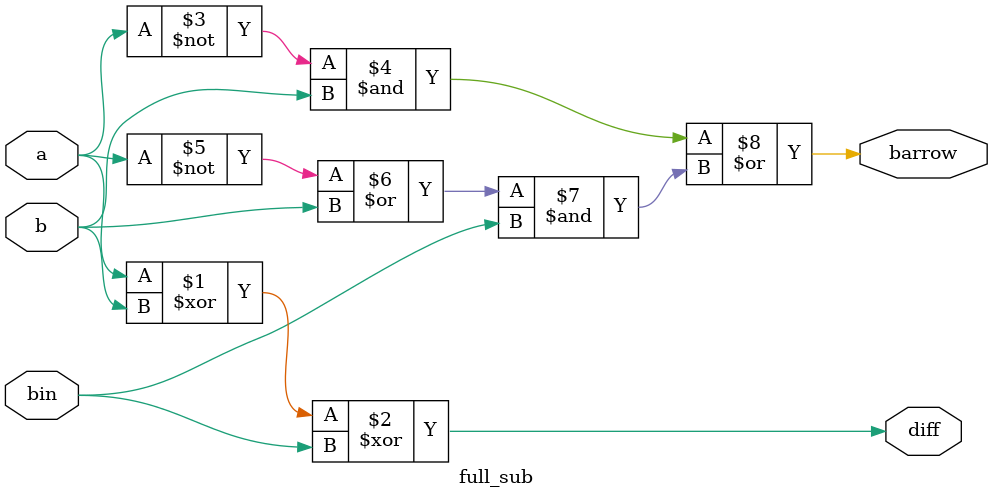
<source format=v>
module full_sub(input a,b,bin ,output diff,barrow);
 assign diff=a^b^bin;
 assign barrow=~a&b|(~a|b)&bin;
endmodule 
</source>
